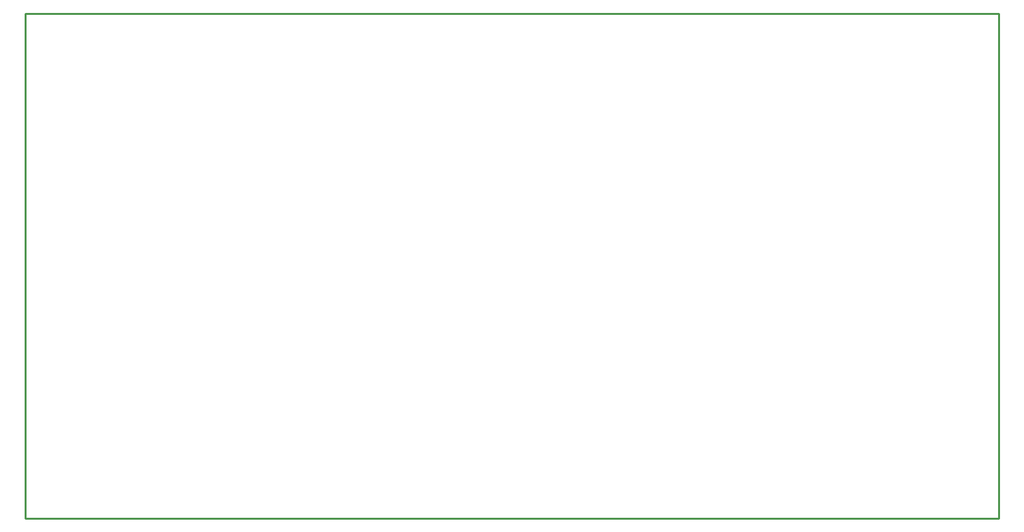
<source format=gko>
G04 Layer: BoardOutline*
G04 EasyEDA v6.4.20.2, 2021-06-27T22:08:49--7:00*
G04 5bb4508a62654dd5b4bd4a713fde6167,27d4ab91a1c145949b64cbb6833597a5,10*
G04 Gerber Generator version 0.2*
G04 Scale: 100 percent, Rotated: No, Reflected: No *
G04 Dimensions in inches *
G04 leading zeros omitted , absolute positions ,3 integer and 6 decimal *
%FSLAX36Y36*%
%MOIN*%

%ADD10C,0.0100*%
D10*
X300000Y-4100000D02*
G01*
X5310000Y-4100000D01*
X5310000Y-6700000D01*
X300000Y-6700000D01*
X300000Y-4100000D01*

%LPD*%
M02*

</source>
